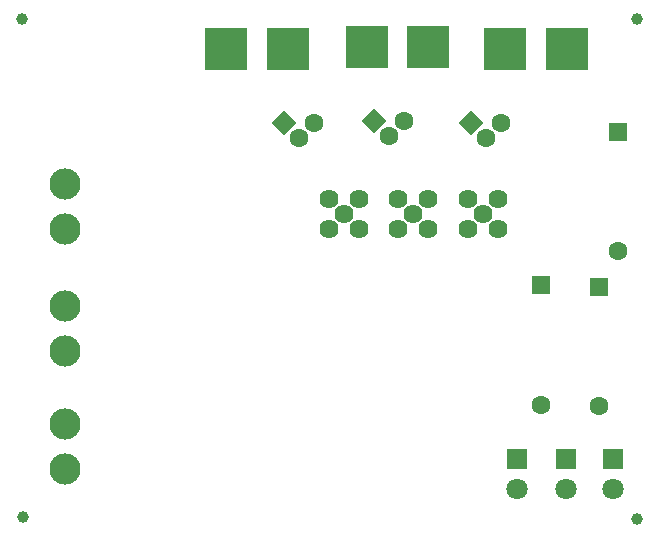
<source format=gbr>
G04 DipTrace 4.0.0.2*
G04 BottomMask.gbr*
%MOIN*%
G04 #@! TF.FileFunction,Soldermask,Bot*
G04 #@! TF.Part,Single*
%AMOUTLINE4*
4,1,4,
-0.041762,0.0,
0.0,0.041762,
0.041762,0.0,
0.0,-0.041762,
-0.041762,0.0,
0*%
%ADD29C,0.03937*%
%ADD41R,0.141735X0.141735*%
%ADD45C,0.070869*%
%ADD47R,0.070869X0.070869*%
%ADD53C,0.10394*%
%ADD55C,0.06394*%
%ADD57C,0.062995*%
%ADD59R,0.062995X0.062995*%
%ADD70OUTLINE4*%
%FSLAX26Y26*%
G04*
G70*
G90*
G75*
G01*
G04 BotMask*
%LPD*%
D59*
X2187440Y1230019D3*
D57*
X2187462Y832381D3*
D59*
X2443703Y1742518D3*
D57*
X2443691Y1344880D3*
D59*
X2381192Y1223768D3*
D57*
X2381208Y826130D3*
D55*
X1481197Y1518699D3*
X1581197D3*
X1481197Y1418699D3*
X1581197D3*
X1531197Y1468699D3*
X1712448Y1518699D3*
X1812448D3*
X1712448Y1418699D3*
X1812448D3*
X1762448Y1468699D3*
X1943699Y1518699D3*
X2043699D3*
X1943699Y1418699D3*
X2043699D3*
X1993699Y1468699D3*
D53*
X599951Y768700D3*
Y618700D3*
D29*
X462451Y456200D3*
X2506200Y449951D3*
Y2118700D3*
X456200D3*
D47*
X2427419Y649951D3*
D45*
X2427417Y549951D3*
D47*
X2271166Y649949D3*
D45*
X2271171Y549949D3*
D47*
X2108666Y649949D3*
D45*
X2108671Y549949D3*
D41*
X1343700Y2018700D3*
X1606200Y2024951D3*
X2068700Y2018700D3*
X1137449D3*
X1812449Y2024951D3*
X2274949Y2018700D3*
D57*
X1429672Y1770224D3*
D70*
X1329672D3*
D57*
X1379672Y1720224D3*
X2054672Y1770224D3*
D70*
X1954672D3*
D57*
X2004672Y1720224D3*
X1729675Y1776476D3*
D70*
X1629675D3*
D57*
X1679675Y1726476D3*
D53*
X599951Y1568700D3*
X599953Y1418700D3*
X599951Y1162449D3*
X599953Y1012449D3*
M02*

</source>
